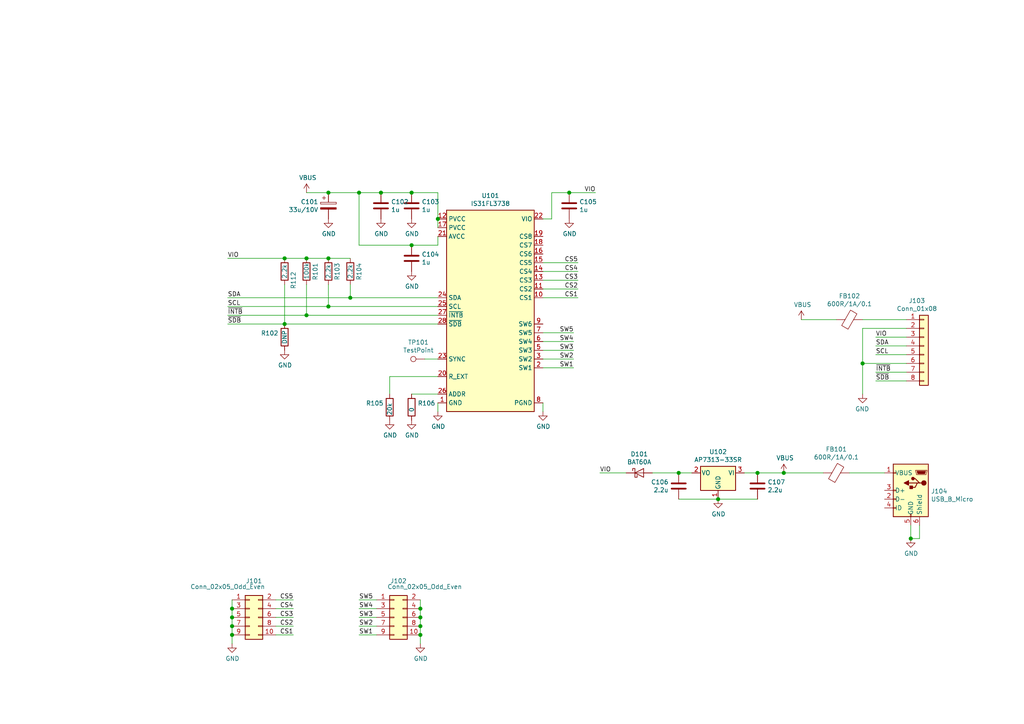
<source format=kicad_sch>
(kicad_sch (version 20200828) (generator eeschema)
  (page 1 1)
  (paper "A4")
  (title_block (title "Exposure Notifications LED matrix control") (date "2020-09-23") (rev "1b") (company "hunz <hunz@mailbox.org>"))
  (lib_symbols
    (symbol "Connector:TestPoint" (pin_numbers hide) (pin_names (offset 0.762) hide)
      (property "Reference" "TP" (at 0 6.858 0))
      (property "Value" "TestPoint" (at 0 5.08 0))
      (symbol "TestPoint_0_1"
        (circle (center 0 3.302) (radius 0.762))
      )
      (symbol "TestPoint_1_1"
        (pin passive line (at 0 0 90) (length 2.54) (name "1") (number "1"))
      )
    )
    (symbol "Connector:USB_B_Micro"
      (property "Reference" "J" (at -5.08 11.43 0))
      (property "Value" "USB_B_Micro" (at -5.08 8.89 0))
      (symbol "USB_B_Micro_0_1"
        (circle (center -3.81 2.159) (radius 0.635) (stroke (width 0.254)) (fill (type outline)))
        (circle (center -0.635 3.429) (radius 0.381) (stroke (width 0.254)) (fill (type outline)))
        (rectangle (start -5.08 -7.62) (end 5.08 7.62) (stroke (width 0.254)) (fill (type background)))
        (rectangle (start -0.127 -7.62) (end 0.127 -6.858))
        (rectangle (start 0.254 1.27) (end -0.508 0.508) (stroke (width 0.254)) (fill (type outline)))
        (rectangle (start 5.08 -5.207) (end 4.318 -4.953))
        (rectangle (start 5.08 -2.667) (end 4.318 -2.413))
        (rectangle (start 5.08 -0.127) (end 4.318 0.127))
        (rectangle (start 5.08 4.953) (end 4.318 5.207))
        (polyline (pts (xy -1.905 2.159) (xy 0.635 2.159)) (stroke (width 0.254)))
        (polyline (pts (xy -3.175 2.159) (xy -2.54 2.159) (xy -1.27 3.429) (xy -0.635 3.429)) (stroke (width 0.254)))
        (polyline (pts (xy -2.54 2.159) (xy -1.905 2.159) (xy -1.27 0.889) (xy 0 0.889)) (stroke (width 0.254)))
        (polyline (pts (xy 0.635 2.794) (xy 0.635 1.524) (xy 1.905 2.159) (xy 0.635 2.794)) (stroke (width 0.254)) (fill (type outline)))
        (polyline (pts (xy -4.318 5.588) (xy -1.778 5.588) (xy -2.032 4.826) (xy -4.064 4.826) (xy -4.318 5.588)) (fill (type outline)))
        (polyline (pts (xy -4.699 5.842) (xy -4.699 5.588) (xy -4.445 4.826) (xy -4.445 4.572) (xy -1.651 4.572) (xy -1.651 4.826) (xy -1.397 5.588) (xy -1.397 5.842) (xy -4.699 5.842)))
      )
      (symbol "USB_B_Micro_1_1"
        (pin power_out line (at 7.62 5.08 180) (length 2.54) (name "VBUS") (number "1"))
        (pin passive line (at 7.62 -2.54 180) (length 2.54) (name "D-") (number "2"))
        (pin passive line (at 7.62 0 180) (length 2.54) (name "D+") (number "3"))
        (pin passive line (at 7.62 -5.08 180) (length 2.54) (name "ID") (number "4"))
        (pin power_out line (at 0 -10.16 90) (length 2.54) (name "GND") (number "5"))
        (pin passive line (at -2.54 -10.16 90) (length 2.54) (name "Shield") (number "6"))
      )
    )
    (symbol "Connector_Generic:Conn_01x08" (pin_names hide)
      (property "Reference" "J" (at 0 10.16 0))
      (property "Value" "Conn_01x08" (at 0 -12.7 0))
      (symbol "Conn_01x08_1_1"
        (rectangle (start -1.27 -4.953) (end 0 -5.207) (stroke (width 0.1524)))
        (rectangle (start -1.27 -7.493) (end 0 -7.747) (stroke (width 0.1524)))
        (rectangle (start -1.27 -10.033) (end 0 -10.287) (stroke (width 0.1524)))
        (rectangle (start -1.27 -2.413) (end 0 -2.667) (stroke (width 0.1524)))
        (rectangle (start -1.27 2.667) (end 0 2.413) (stroke (width 0.1524)))
        (rectangle (start -1.27 5.207) (end 0 4.953) (stroke (width 0.1524)))
        (rectangle (start -1.27 7.747) (end 0 7.493) (stroke (width 0.1524)))
        (rectangle (start -1.27 8.89) (end 1.27 -11.43) (stroke (width 0.254)) (fill (type background)))
        (rectangle (start -1.27 0.127) (end 0 -0.127) (stroke (width 0.1524)))
        (pin passive line (at -5.08 7.62 0) (length 3.81) (name "Pin_1") (number "1"))
        (pin passive line (at -5.08 5.08 0) (length 3.81) (name "Pin_2") (number "2"))
        (pin passive line (at -5.08 2.54 0) (length 3.81) (name "Pin_3") (number "3"))
        (pin passive line (at -5.08 0 0) (length 3.81) (name "Pin_4") (number "4"))
        (pin passive line (at -5.08 -2.54 0) (length 3.81) (name "Pin_5") (number "5"))
        (pin passive line (at -5.08 -5.08 0) (length 3.81) (name "Pin_6") (number "6"))
        (pin passive line (at -5.08 -7.62 0) (length 3.81) (name "Pin_7") (number "7"))
        (pin passive line (at -5.08 -10.16 0) (length 3.81) (name "Pin_8") (number "8"))
      )
    )
    (symbol "Connector_Generic:Conn_02x05_Odd_Even" (pin_names hide)
      (property "Reference" "J" (at 1.27 7.62 0))
      (property "Value" "Conn_02x05_Odd_Even" (at 1.27 -7.62 0))
      (symbol "Conn_02x05_Odd_Even_1_1"
        (rectangle (start -1.27 -4.953) (end 0 -5.207) (stroke (width 0.1524)))
        (rectangle (start -1.27 -2.413) (end 0 -2.667) (stroke (width 0.1524)))
        (rectangle (start -1.27 2.667) (end 0 2.413) (stroke (width 0.1524)))
        (rectangle (start -1.27 5.207) (end 0 4.953) (stroke (width 0.1524)))
        (rectangle (start -1.27 6.35) (end 3.81 -6.35) (stroke (width 0.254)) (fill (type background)))
        (rectangle (start -1.27 0.127) (end 0 -0.127) (stroke (width 0.1524)))
        (rectangle (start 3.81 -4.953) (end 2.54 -5.207) (stroke (width 0.1524)))
        (rectangle (start 3.81 -2.413) (end 2.54 -2.667) (stroke (width 0.1524)))
        (rectangle (start 3.81 2.667) (end 2.54 2.413) (stroke (width 0.1524)))
        (rectangle (start 3.81 5.207) (end 2.54 4.953) (stroke (width 0.1524)))
        (rectangle (start 3.81 0.127) (end 2.54 -0.127) (stroke (width 0.1524)))
        (pin passive line (at -5.08 5.08 0) (length 3.81) (name "Pin_1") (number "1"))
        (pin passive line (at 7.62 -5.08 180) (length 3.81) (name "Pin_10") (number "10"))
        (pin passive line (at 7.62 5.08 180) (length 3.81) (name "Pin_2") (number "2"))
        (pin passive line (at -5.08 2.54 0) (length 3.81) (name "Pin_3") (number "3"))
        (pin passive line (at 7.62 2.54 180) (length 3.81) (name "Pin_4") (number "4"))
        (pin passive line (at -5.08 0 0) (length 3.81) (name "Pin_5") (number "5"))
        (pin passive line (at 7.62 0 180) (length 3.81) (name "Pin_6") (number "6"))
        (pin passive line (at -5.08 -2.54 0) (length 3.81) (name "Pin_7") (number "7"))
        (pin passive line (at 7.62 -2.54 180) (length 3.81) (name "Pin_8") (number "8"))
        (pin passive line (at -5.08 -5.08 0) (length 3.81) (name "Pin_9") (number "9"))
      )
    )
    (symbol "Device:C" (pin_numbers hide) (pin_names (offset 0.254))
      (property "Reference" "C" (at 0.635 2.54 0))
      (property "Value" "C" (at 0.635 -2.54 0))
      (symbol "C_0_1"
        (polyline (pts (xy -2.032 -0.762) (xy 2.032 -0.762)) (stroke (width 0.508)))
        (polyline (pts (xy -2.032 0.762) (xy 2.032 0.762)) (stroke (width 0.508)))
      )
      (symbol "C_1_1"
        (pin passive line (at 0 3.81 270) (length 2.794) (name "~") (number "1"))
        (pin passive line (at 0 -3.81 90) (length 2.794) (name "~") (number "2"))
      )
    )
    (symbol "Device:CP" (pin_numbers hide) (pin_names (offset 0.254))
      (property "Reference" "C" (at 0.635 2.54 0))
      (property "Value" "CP" (at 0.635 -2.54 0))
      (symbol "CP_0_1"
        (rectangle (start -2.286 0.508) (end 2.286 1.016))
        (rectangle (start 2.286 -0.508) (end -2.286 -1.016) (fill (type outline)))
        (polyline (pts (xy -1.778 2.286) (xy -0.762 2.286)))
        (polyline (pts (xy -1.27 2.794) (xy -1.27 1.778)))
      )
      (symbol "CP_1_1"
        (pin passive line (at 0 3.81 270) (length 2.794) (name "~") (number "1"))
        (pin passive line (at 0 -3.81 90) (length 2.794) (name "~") (number "2"))
      )
    )
    (symbol "Device:Ferrite_Bead" (pin_numbers hide) (pin_names (offset 0))
      (property "Reference" "FB" (at -3.81 0.635 90))
      (property "Value" "Ferrite_Bead" (at 3.81 0 90))
      (symbol "Ferrite_Bead_0_1"
        (polyline (pts (xy 0 -1.27) (xy 0 -1.2192)))
        (polyline (pts (xy 0 1.27) (xy 0 1.2954)))
        (polyline (pts (xy -2.7686 0.4064) (xy -1.7018 2.2606) (xy 2.7686 -0.3048) (xy 1.6764 -2.159) (xy -2.7686 0.4064)))
      )
      (symbol "Ferrite_Bead_1_1"
        (pin passive line (at 0 3.81 270) (length 2.54) (name "~") (number "1"))
        (pin passive line (at 0 -3.81 90) (length 2.54) (name "~") (number "2"))
      )
    )
    (symbol "Device:R" (pin_numbers hide) (pin_names (offset 0))
      (property "Reference" "R" (at 2.032 0 90))
      (property "Value" "R" (at 0 0 90))
      (symbol "R_0_1"
        (rectangle (start -1.016 -2.54) (end 1.016 2.54) (stroke (width 0.254)))
      )
      (symbol "R_1_1"
        (pin passive line (at 0 3.81 270) (length 1.27) (name "~") (number "1"))
        (pin passive line (at 0 -3.81 90) (length 1.27) (name "~") (number "2"))
      )
    )
    (symbol "Diode:BAT48JFILM" (pin_numbers hide) (pin_names hide)
      (property "Reference" "D" (at 0 2.54 0))
      (property "Value" "BAT48JFILM" (at 0 -2.54 0))
      (symbol "BAT48JFILM_0_1"
        (polyline (pts (xy 1.27 0) (xy -1.27 0)))
        (polyline (pts (xy 1.27 1.27) (xy 1.27 -1.27) (xy -1.27 0) (xy 1.27 1.27)) (stroke (width 0.2032)))
        (polyline (pts (xy -1.905 0.635) (xy -1.905 1.27) (xy -1.27 1.27) (xy -1.27 -1.27) (xy -0.635 -1.27) (xy -0.635 -0.635)) (stroke (width 0.2032)))
      )
      (symbol "BAT48JFILM_1_1"
        (pin passive line (at -3.81 0 0) (length 2.54) (name "K") (number "1"))
        (pin passive line (at 3.81 0 180) (length 2.54) (name "A") (number "2"))
      )
    )
    (symbol "Regulator_Linear:MCP1703A-3302_SOT23" (pin_names (offset 0.254))
      (property "Reference" "U" (at -3.81 3.175 0))
      (property "Value" "MCP1703A-3302_SOT23" (at 0 3.175 0))
      (symbol "MCP1703A-3302_SOT23_0_1"
        (rectangle (start -5.08 -5.08) (end 5.08 1.905) (stroke (width 0.254)) (fill (type background)))
      )
      (symbol "MCP1703A-3302_SOT23_1_1"
        (pin power_in line (at 0 -7.62 90) (length 2.54) (name "GND") (number "1"))
        (pin power_out line (at 7.62 0 180) (length 2.54) (name "VO") (number "2"))
        (pin power_in line (at -7.62 0 0) (length 2.54) (name "VI") (number "3"))
      )
    )
    (symbol "is31fl3738:IS31FL3738"
      (property "Reference" "U" (at -13.97 -33.02 0))
      (property "Value" "IS31FL3738" (at 0 -31.75 0))
      (symbol "IS31FL3738_0_1"
        (rectangle (start -13.97 27.94) (end 11.43 -30.48) (stroke (width 0.254)) (fill (type background)))
      )
      (symbol "IS31FL3738_1_1"
        (pin input line (at -16.51 0 0) (length 2.54) (name "SCL") (number "25"))
        (pin input line (at -16.51 -5.08 0) (length 2.54) (name "~SDB") (number "28"))
        (pin passive line (at -16.51 -20.32 0) (length 2.54) (name "R_EXT") (number "20"))
        (pin power_in line (at -16.51 20.32 0) (length 2.54) (name "AVCC") (number "21"))
        (pin power_in line (at -16.51 25.4 0) (length 2.54) (name "PVCC") (number "12"))
        (pin output line (at 13.97 -17.78 180) (length 2.54) (name "SW1") (number "2"))
        (pin output line (at 13.97 -15.24 180) (length 2.54) (name "SW2") (number "3"))
        (pin output line (at 13.97 -12.7 180) (length 2.54) (name "SW3") (number "5"))
        (pin output line (at 13.97 -10.16 180) (length 2.54) (name "SW4") (number "6"))
        (pin output line (at 13.97 -7.62 180) (length 2.54) (name "SW5") (number "7"))
        (pin output line (at 13.97 -5.08 180) (length 2.54) (name "SW6") (number "9"))
        (pin power_in line (at -16.51 22.86 0) (length 2.54) (name "PVCC") (number "17"))
        (pin output line (at 13.97 2.54 180) (length 2.54) (name "CS1") (number "10"))
        (pin output line (at 13.97 5.08 180) (length 2.54) (name "CS2") (number "11"))
        (pin output line (at 13.97 7.62 180) (length 2.54) (name "CS3") (number "13"))
        (pin output line (at 13.97 10.16 180) (length 2.54) (name "CS4") (number "14"))
        (pin output line (at 13.97 12.7 180) (length 2.54) (name "CS5") (number "15"))
        (pin output line (at 13.97 15.24 180) (length 2.54) (name "CS6") (number "16"))
        (pin output line (at 13.97 17.78 180) (length 2.54) (name "CS7") (number "18"))
        (pin output line (at 13.97 20.32 180) (length 2.54) (name "CS8") (number "19"))
        (pin power_in line (at 13.97 -27.94 180) (length 2.54) (name "PGND") (number "8"))
        (pin passive line (at 13.97 -27.94 180) (length 2.54) hide (name "PGND") (number "29"))
        (pin power_in line (at -16.51 -27.94 0) (length 2.54) (name "GND") (number "1"))
        (pin open_collector line (at -16.51 -2.54 0) (length 2.54) (name "~INTB") (number "27"))
        (pin input line (at -16.51 -25.4 0) (length 2.54) (name "ADDR") (number "26"))
        (pin bidirectional line (at -16.51 2.54 0) (length 2.54) (name "SDA") (number "24"))
        (pin power_in line (at 13.97 25.4 180) (length 2.54) (name "VIO") (number "22"))
        (pin bidirectional line (at -16.51 -15.24 0) (length 2.54) (name "SYNC") (number "23"))
        (pin passive line (at 13.97 -27.94 180) (length 2.54) hide (name "PGND") (number "4"))
      )
    )
    (symbol "power:GND" (power) (pin_names (offset 0))
      (property "Value" "GND" (at 0 -3.81 0))
      (symbol "GND_0_1"
        (polyline (pts (xy 0 0) (xy 0 -1.27) (xy 1.27 -1.27) (xy 0 -2.54) (xy -1.27 -1.27) (xy 0 -1.27)))
      )
      (symbol "GND_1_1"
        (pin power_in line (at 0 0 270) (length 0) hide (name "GND") (number "1"))
      )
    )
    (symbol "power:VBUS" (power) (pin_names (offset 0))
      (property "Value" "VBUS" (at 0 3.81 0))
      (symbol "VBUS_0_1"
        (polyline (pts (xy -0.762 1.27) (xy 0 2.54)))
        (polyline (pts (xy 0 0) (xy 0 2.54)))
        (polyline (pts (xy 0 2.54) (xy 0.762 1.27)))
      )
      (symbol "VBUS_1_1"
        (pin power_in line (at 0 0 90) (length 0) hide (name "VBUS") (number "1"))
      )
    )
  )
  (junction (at 67.31 176.53) (diameter 1.016))
  (junction (at 67.31 179.07) (diameter 1.016))
  (junction (at 67.31 181.61) (diameter 1.016))
  (junction (at 67.31 184.15) (diameter 1.016))
  (junction (at 82.55 74.93) (diameter 1.016))
  (junction (at 82.55 93.98) (diameter 1.016))
  (junction (at 88.9 74.93) (diameter 1.016))
  (junction (at 88.9 91.44) (diameter 1.016))
  (junction (at 95.25 55.88) (diameter 1.016))
  (junction (at 95.25 74.93) (diameter 1.016))
  (junction (at 95.25 88.9) (diameter 1.016))
  (junction (at 101.6 86.36) (diameter 1.016))
  (junction (at 104.14 55.88) (diameter 1.016))
  (junction (at 110.49 55.88) (diameter 1.016))
  (junction (at 119.38 55.88) (diameter 1.016))
  (junction (at 119.38 71.12) (diameter 1.016))
  (junction (at 121.92 176.53) (diameter 1.016))
  (junction (at 121.92 179.07) (diameter 1.016))
  (junction (at 121.92 181.61) (diameter 1.016))
  (junction (at 121.92 184.15) (diameter 1.016))
  (junction (at 127 63.5) (diameter 1.016))
  (junction (at 165.1 55.88) (diameter 1.016))
  (junction (at 196.85 137.16) (diameter 1.016))
  (junction (at 208.28 144.78) (diameter 1.016))
  (junction (at 219.71 137.16) (diameter 1.016))
  (junction (at 227.33 137.16) (diameter 1.016))
  (junction (at 250.19 105.41) (diameter 1.016))
  (junction (at 264.16 156.21) (diameter 1.016))
  (wire (pts (xy 66.04 74.93) (xy 82.55 74.93)))
  (wire (pts (xy 66.04 86.36) (xy 101.6 86.36)))
  (wire (pts (xy 66.04 88.9) (xy 95.25 88.9)))
  (wire (pts (xy 66.04 91.44) (xy 88.9 91.44)))
  (wire (pts (xy 66.04 93.98) (xy 82.55 93.98)))
  (wire (pts (xy 67.31 173.99) (xy 67.31 176.53)))
  (wire (pts (xy 67.31 176.53) (xy 67.31 179.07)))
  (wire (pts (xy 67.31 179.07) (xy 67.31 181.61)))
  (wire (pts (xy 67.31 181.61) (xy 67.31 184.15)))
  (wire (pts (xy 67.31 184.15) (xy 67.31 186.69)))
  (wire (pts (xy 80.01 173.99) (xy 85.09 173.99)))
  (wire (pts (xy 80.01 176.53) (xy 85.09 176.53)))
  (wire (pts (xy 80.01 179.07) (xy 85.09 179.07)))
  (wire (pts (xy 80.01 181.61) (xy 85.09 181.61)))
  (wire (pts (xy 80.01 184.15) (xy 85.09 184.15)))
  (wire (pts (xy 82.55 74.93) (xy 88.9 74.93)))
  (wire (pts (xy 82.55 82.55) (xy 82.55 93.98)))
  (wire (pts (xy 82.55 93.98) (xy 127 93.98)))
  (wire (pts (xy 88.9 55.88) (xy 95.25 55.88)))
  (wire (pts (xy 88.9 74.93) (xy 95.25 74.93)))
  (wire (pts (xy 88.9 82.55) (xy 88.9 91.44)))
  (wire (pts (xy 88.9 91.44) (xy 127 91.44)))
  (wire (pts (xy 95.25 55.88) (xy 104.14 55.88)))
  (wire (pts (xy 95.25 74.93) (xy 101.6 74.93)))
  (wire (pts (xy 95.25 82.55) (xy 95.25 88.9)))
  (wire (pts (xy 95.25 88.9) (xy 127 88.9)))
  (wire (pts (xy 101.6 82.55) (xy 101.6 86.36)))
  (wire (pts (xy 101.6 86.36) (xy 127 86.36)))
  (wire (pts (xy 104.14 55.88) (xy 110.49 55.88)))
  (wire (pts (xy 104.14 71.12) (xy 104.14 55.88)))
  (wire (pts (xy 104.14 71.12) (xy 119.38 71.12)))
  (wire (pts (xy 104.14 173.99) (xy 109.22 173.99)))
  (wire (pts (xy 104.14 176.53) (xy 109.22 176.53)))
  (wire (pts (xy 104.14 179.07) (xy 109.22 179.07)))
  (wire (pts (xy 104.14 181.61) (xy 109.22 181.61)))
  (wire (pts (xy 104.14 184.15) (xy 109.22 184.15)))
  (wire (pts (xy 110.49 55.88) (xy 119.38 55.88)))
  (wire (pts (xy 113.03 109.22) (xy 113.03 114.3)))
  (wire (pts (xy 119.38 55.88) (xy 127 55.88)))
  (wire (pts (xy 119.38 71.12) (xy 127 71.12)))
  (wire (pts (xy 119.38 114.3) (xy 127 114.3)))
  (wire (pts (xy 121.92 173.99) (xy 121.92 176.53)))
  (wire (pts (xy 121.92 176.53) (xy 121.92 179.07)))
  (wire (pts (xy 121.92 179.07) (xy 121.92 181.61)))
  (wire (pts (xy 121.92 181.61) (xy 121.92 184.15)))
  (wire (pts (xy 121.92 184.15) (xy 121.92 186.69)))
  (wire (pts (xy 123.19 104.14) (xy 127 104.14)))
  (wire (pts (xy 127 55.88) (xy 127 63.5)))
  (wire (pts (xy 127 63.5) (xy 127 66.04)))
  (wire (pts (xy 127 71.12) (xy 127 68.58)))
  (wire (pts (xy 127 109.22) (xy 113.03 109.22)))
  (wire (pts (xy 127 116.84) (xy 127 119.38)))
  (wire (pts (xy 157.48 76.2) (xy 167.64 76.2)))
  (wire (pts (xy 157.48 78.74) (xy 167.64 78.74)))
  (wire (pts (xy 157.48 81.28) (xy 167.64 81.28)))
  (wire (pts (xy 157.48 83.82) (xy 167.64 83.82)))
  (wire (pts (xy 157.48 86.36) (xy 167.64 86.36)))
  (wire (pts (xy 157.48 96.52) (xy 166.37 96.52)))
  (wire (pts (xy 157.48 99.06) (xy 166.37 99.06)))
  (wire (pts (xy 157.48 101.6) (xy 166.37 101.6)))
  (wire (pts (xy 157.48 104.14) (xy 166.37 104.14)))
  (wire (pts (xy 157.48 106.68) (xy 166.37 106.68)))
  (wire (pts (xy 157.48 116.84) (xy 157.48 119.38)))
  (wire (pts (xy 160.02 55.88) (xy 160.02 63.5)))
  (wire (pts (xy 160.02 63.5) (xy 157.48 63.5)))
  (wire (pts (xy 165.1 55.88) (xy 160.02 55.88)))
  (wire (pts (xy 165.1 55.88) (xy 172.72 55.88)))
  (wire (pts (xy 173.99 137.16) (xy 181.61 137.16)))
  (wire (pts (xy 189.23 137.16) (xy 196.85 137.16)))
  (wire (pts (xy 196.85 137.16) (xy 200.66 137.16)))
  (wire (pts (xy 196.85 144.78) (xy 208.28 144.78)))
  (wire (pts (xy 208.28 144.78) (xy 219.71 144.78)))
  (wire (pts (xy 215.9 137.16) (xy 219.71 137.16)))
  (wire (pts (xy 219.71 137.16) (xy 227.33 137.16)))
  (wire (pts (xy 227.33 137.16) (xy 238.76 137.16)))
  (wire (pts (xy 232.41 92.71) (xy 242.57 92.71)))
  (wire (pts (xy 246.38 137.16) (xy 256.54 137.16)))
  (wire (pts (xy 250.19 95.25) (xy 250.19 105.41)))
  (wire (pts (xy 250.19 105.41) (xy 250.19 114.3)))
  (wire (pts (xy 262.89 92.71) (xy 250.19 92.71)))
  (wire (pts (xy 262.89 95.25) (xy 250.19 95.25)))
  (wire (pts (xy 262.89 97.79) (xy 254 97.79)))
  (wire (pts (xy 262.89 100.33) (xy 254 100.33)))
  (wire (pts (xy 262.89 102.87) (xy 254 102.87)))
  (wire (pts (xy 262.89 105.41) (xy 250.19 105.41)))
  (wire (pts (xy 262.89 107.95) (xy 254 107.95)))
  (wire (pts (xy 262.89 110.49) (xy 254 110.49)))
  (wire (pts (xy 264.16 152.4) (xy 264.16 156.21)))
  (wire (pts (xy 264.16 156.21) (xy 266.7 156.21)))
  (wire (pts (xy 266.7 156.21) (xy 266.7 152.4)))
  (label "VIO" (at 66.04 74.93 0))
  (label "SDA" (at 66.04 86.36 0))
  (label "SCL" (at 66.04 88.9 0))
  (label "~INTB" (at 66.04 91.44 0))
  (label "~SDB" (at 66.04 93.98 0))
  (label "CS5" (at 85.09 173.99 180))
  (label "CS4" (at 85.09 176.53 180))
  (label "CS3" (at 85.09 179.07 180))
  (label "CS2" (at 85.09 181.61 180))
  (label "CS1" (at 85.09 184.15 180))
  (label "SW5" (at 104.14 173.99 0))
  (label "SW4" (at 104.14 176.53 0))
  (label "SW3" (at 104.14 179.07 0))
  (label "SW2" (at 104.14 181.61 0))
  (label "SW1" (at 104.14 184.15 0))
  (label "SW5" (at 166.37 96.52 180))
  (label "SW4" (at 166.37 99.06 180))
  (label "SW3" (at 166.37 101.6 180))
  (label "SW2" (at 166.37 104.14 180))
  (label "SW1" (at 166.37 106.68 180))
  (label "CS5" (at 167.64 76.2 180))
  (label "CS4" (at 167.64 78.74 180))
  (label "CS3" (at 167.64 81.28 180))
  (label "CS2" (at 167.64 83.82 180))
  (label "CS1" (at 167.64 86.36 180))
  (label "VIO" (at 172.72 55.88 180))
  (label "VIO" (at 173.99 137.16 0))
  (label "VIO" (at 254 97.79 0))
  (label "SDA" (at 254 100.33 0))
  (label "SCL" (at 254 102.87 0))
  (label "~INTB" (at 254 107.95 0))
  (label "~SDB" (at 254 110.49 0))
  (symbol (lib_id "Connector:TestPoint") (at 123.19 104.14 90) (unit 1)
    (property "Reference" "TP101" (at 121.3485 99.2948 90))
    (property "Value" "TestPoint" (at 121.3485 101.5935 90))
    (property "Footprint" "TestPoint:TestPoint_Pad_D1.0mm" (effects hide))
  )
  (symbol (lib_id "power:VBUS") (at 88.9 55.88 0) (unit 1)
    (property "Reference" "#PWR0115" (effects hide))
    (property "Value" "VBUS" (at 89.2683 51.5556 0))
  )
  (symbol (lib_id "power:VBUS") (at 227.33 137.16 0) (unit 1)
    (property "Reference" "#PWR0118" (effects hide))
    (property "Value" "VBUS" (at 227.6983 132.8356 0))
  )
  (symbol (lib_id "power:VBUS") (at 232.41 92.71 0) (unit 1)
    (property "Reference" "#PWR0113" (effects hide))
    (property "Value" "VBUS" (at 232.7783 88.3856 0))
  )
  (symbol (lib_id "power:GND") (at 67.31 186.69 0) (unit 1)
    (property "Reference" "#PWR0101" (effects hide))
    (property "Value" "GND" (at 67.4243 191.0144 0))
  )
  (symbol (lib_id "power:GND") (at 82.55 101.6 0) (unit 1)
    (property "Reference" "#PWR0112" (effects hide))
    (property "Value" "GND" (at 82.6643 105.9244 0))
  )
  (symbol (lib_id "power:GND") (at 95.25 63.5 0) (unit 1)
    (property "Reference" "#PWR0111" (effects hide))
    (property "Value" "GND" (at 95.3643 67.8244 0))
  )
  (symbol (lib_id "power:GND") (at 110.49 63.5 0) (unit 1)
    (property "Reference" "#PWR0109" (effects hide))
    (property "Value" "GND" (at 110.6043 67.8244 0))
  )
  (symbol (lib_id "power:GND") (at 113.03 121.92 0) (unit 1)
    (property "Reference" "#PWR0105" (effects hide))
    (property "Value" "GND" (at 113.1443 126.2444 0))
  )
  (symbol (lib_id "power:GND") (at 119.38 63.5 0) (unit 1)
    (property "Reference" "#PWR0108" (effects hide))
    (property "Value" "GND" (at 119.4943 67.8244 0))
  )
  (symbol (lib_id "power:GND") (at 119.38 78.74 0) (unit 1)
    (property "Reference" "#PWR0110" (effects hide))
    (property "Value" "GND" (at 119.4943 83.0644 0))
  )
  (symbol (lib_id "power:GND") (at 119.38 121.92 0) (unit 1)
    (property "Reference" "#PWR0104" (effects hide))
    (property "Value" "GND" (at 119.4943 126.2444 0))
  )
  (symbol (lib_id "power:GND") (at 121.92 186.69 0) (unit 1)
    (property "Reference" "#PWR0102" (effects hide))
    (property "Value" "GND" (at 122.0343 191.0144 0))
  )
  (symbol (lib_id "power:GND") (at 127 119.38 0) (unit 1)
    (property "Reference" "#PWR0103" (effects hide))
    (property "Value" "GND" (at 127.1143 123.7044 0))
  )
  (symbol (lib_id "power:GND") (at 157.48 119.38 0) (unit 1)
    (property "Reference" "#PWR0106" (effects hide))
    (property "Value" "GND" (at 157.5943 123.7044 0))
  )
  (symbol (lib_id "power:GND") (at 165.1 63.5 0) (unit 1)
    (property "Reference" "#PWR0107" (effects hide))
    (property "Value" "GND" (at 165.2143 67.8244 0))
  )
  (symbol (lib_id "power:GND") (at 208.28 144.78 0) (unit 1)
    (property "Reference" "#PWR0117" (effects hide))
    (property "Value" "GND" (at 208.3943 149.1044 0))
  )
  (symbol (lib_id "power:GND") (at 250.19 114.3 0) (mirror y) (unit 1)
    (property "Reference" "#PWR0114" (effects hide))
    (property "Value" "GND" (at 250.0757 118.6244 0))
  )
  (symbol (lib_id "power:GND") (at 264.16 156.21 0) (unit 1)
    (property "Reference" "#PWR0116" (effects hide))
    (property "Value" "GND" (at 264.2743 160.5344 0))
  )
  (symbol (lib_id "Device:R") (at 82.55 78.74 0) (unit 1)
    (property "Reference" "R112" (at 85.09 78.74 90) (effects (justify right)))
    (property "Value" "2.2k" (at 82.55 78.74 90))
    (property "Footprint" "Resistor_SMD:R_0603_1608Metric" (effects hide))
  )
  (symbol (lib_id "Device:R") (at 82.55 97.79 0) (unit 1)
    (property "Reference" "R102" (at 80.7719 96.6406 0) (effects (justify right)))
    (property "Value" "DNP" (at 82.55 97.79 90))
    (property "Footprint" "Resistor_SMD:R_0603_1608Metric" (effects hide))
  )
  (symbol (lib_id "Device:R") (at 88.9 78.74 0) (unit 1)
    (property "Reference" "R101" (at 91.44 76.2 90) (effects (justify right)))
    (property "Value" "100k" (at 88.9 76.2 90) (effects (justify right)))
    (property "Footprint" "Resistor_SMD:R_0603_1608Metric" (effects hide))
  )
  (symbol (lib_id "Device:R") (at 95.25 78.74 0) (unit 1)
    (property "Reference" "R103" (at 97.79 76.2 90) (effects (justify right)))
    (property "Value" "2.2k" (at 95.25 78.74 90))
    (property "Footprint" "Resistor_SMD:R_0603_1608Metric" (effects hide))
  )
  (symbol (lib_id "Device:R") (at 101.6 78.74 0) (unit 1)
    (property "Reference" "R104" (at 104.14 76.2 90) (effects (justify right)))
    (property "Value" "2.2k" (at 101.6 78.74 90))
    (property "Footprint" "Resistor_SMD:R_0603_1608Metric" (effects hide))
  )
  (symbol (lib_id "Device:R") (at 113.03 118.11 0) (unit 1)
    (property "Reference" "R105" (at 111.2519 116.9606 0) (effects (justify right)))
    (property "Value" "20k" (at 113.03 116.84 90) (effects (justify right)))
    (property "Footprint" "Resistor_SMD:R_0603_1608Metric" (effects hide))
  )
  (symbol (lib_id "Device:R") (at 119.38 118.11 0) (mirror y) (unit 1)
    (property "Reference" "R106" (at 121.1581 116.9606 0) (effects (justify right)))
    (property "Value" "0" (at 119.38 118.11 90) (effects (justify right)))
    (property "Footprint" "Resistor_SMD:R_0603_1608Metric" (effects hide))
  )
  (symbol (lib_id "Diode:BAT48JFILM") (at 185.42 137.16 0) (unit 1)
    (property "Reference" "D101" (at 185.42 131.7052 0))
    (property "Value" "BAT60A" (at 185.42 134.004 0))
    (property "Footprint" "Diode_SMD:D_SOD-323" (effects hide))
    (property "Datasheet" "www.st.com/resource/en/datasheet/bat48.pdf" (effects hide))
  )
  (symbol (lib_id "Device:CP") (at 95.25 59.69 0) (unit 1)
    (property "Reference" "C101" (at 92.3289 58.5406 0) (effects (justify right)))
    (property "Value" "33u/10V" (at 92.329 60.839 0) (effects (justify right)))
    (property "Footprint" "Capacitor_Tantalum_SMD:CP_EIA-3528-21_Kemet-B" (effects hide))
  )
  (symbol (lib_id "Device:C") (at 110.49 59.69 0) (unit 1)
    (property "Reference" "C102" (at 113.4111 58.5406 0) (effects (justify left)))
    (property "Value" "1u" (at 113.411 60.839 0) (effects (justify left)))
    (property "Footprint" "Capacitor_SMD:C_0603_1608Metric" (effects hide))
  )
  (symbol (lib_id "Device:C") (at 119.38 59.69 0) (unit 1)
    (property "Reference" "C103" (at 122.3011 58.5406 0) (effects (justify left)))
    (property "Value" "1u" (at 122.301 60.839 0) (effects (justify left)))
    (property "Footprint" "Capacitor_SMD:C_0603_1608Metric" (effects hide))
  )
  (symbol (lib_id "Device:C") (at 119.38 74.93 0) (unit 1)
    (property "Reference" "C104" (at 122.3011 73.7806 0) (effects (justify left)))
    (property "Value" "1u" (at 122.301 76.079 0) (effects (justify left)))
    (property "Footprint" "Capacitor_SMD:C_0603_1608Metric" (effects hide))
  )
  (symbol (lib_id "Device:C") (at 165.1 59.69 0) (unit 1)
    (property "Reference" "C105" (at 168.0211 58.5406 0) (effects (justify left)))
    (property "Value" "1u" (at 168.021 60.839 0) (effects (justify left)))
    (property "Footprint" "Capacitor_SMD:C_0603_1608Metric" (effects hide))
  )
  (symbol (lib_id "Device:C") (at 196.85 140.97 0) (mirror y) (unit 1)
    (property "Reference" "C106" (at 193.9289 139.8206 0) (effects (justify left)))
    (property "Value" "2.2u" (at 193.929 142.119 0) (effects (justify left)))
    (property "Footprint" "Capacitor_SMD:C_0603_1608Metric" (effects hide))
  )
  (symbol (lib_id "Device:C") (at 219.71 140.97 0) (unit 1)
    (property "Reference" "C107" (at 222.6311 139.8206 0) (effects (justify left)))
    (property "Value" "2.2u" (at 222.631 142.119 0) (effects (justify left)))
    (property "Footprint" "Capacitor_SMD:C_0603_1608Metric" (effects hide))
  )
  (symbol (lib_id "Device:Ferrite_Bead") (at 242.57 137.16 90) (unit 1)
    (property "Reference" "FB101" (at 242.57 130.3082 90))
    (property "Value" "600R/1A/0.1" (at 242.57 132.607 90))
    (property "Footprint" "Inductor_SMD:L_0805_2012Metric" (effects hide))
  )
  (symbol (lib_id "Device:Ferrite_Bead") (at 246.38 92.71 90) (unit 1)
    (property "Reference" "FB102" (at 246.38 85.8582 90))
    (property "Value" "600R/1A/0.1" (at 246.38 88.157 90))
    (property "Footprint" "Inductor_SMD:L_0805_2012Metric" (effects hide))
  )
  (symbol (lib_id "Connector_Generic:Conn_01x08") (at 267.97 100.33 0) (unit 1)
    (property "Reference" "J103" (at 265.938 87.2298 0))
    (property "Value" "Conn_01x08" (at 265.938 89.5285 0))
    (property "Footprint" "Connector_PinHeader_2.54mm:PinHeader_1x08_P2.54mm_Vertical" (effects hide))
  )
  (symbol (lib_id "Regulator_Linear:MCP1703A-3302_SOT23") (at 208.28 137.16 0) (mirror y) (unit 1)
    (property "Reference" "U102" (at 208.28 131.0448 0))
    (property "Value" "AP7313-33SR" (at 208.28 133.344 0))
    (property "Footprint" "Package_TO_SOT_SMD:SOT-23" (effects hide))
    (property "Datasheet" "http://ww1.microchip.com/downloads/en/DeviceDoc/20005122B.pdf" (effects hide))
  )
  (symbol (lib_id "Connector_Generic:Conn_02x05_Odd_Even") (at 72.39 179.07 0) (unit 1)
    (property "Reference" "J101" (at 73.66 168.5098 0))
    (property "Value" "Conn_02x05_Odd_Even" (at 66.04 170.18 0))
    (property "Footprint" "Connector_PinSocket_2.54mm:PinSocket_2x05_P2.54mm_Vertical" (effects hide))
  )
  (symbol (lib_id "Connector_Generic:Conn_02x05_Odd_Even") (at 114.3 179.07 0) (unit 1)
    (property "Reference" "J102" (at 115.57 168.5098 0))
    (property "Value" "Conn_02x05_Odd_Even" (at 123.19 170.18 0))
    (property "Footprint" "Connector_PinSocket_2.54mm:PinSocket_2x05_P2.54mm_Vertical" (effects hide))
  )
  (symbol (lib_id "Connector:USB_B_Micro") (at 264.16 142.24 0) (mirror y) (unit 1)
    (property "Reference" "J104" (at 270.0021 142.4876 0) (effects (justify right)))
    (property "Value" "USB_B_Micro" (at 270.0021 144.7863 0) (effects (justify right)))
    (property "Footprint" "Connector_USB:USB_Micro-B_Molex-105017-0001" (effects hide))
  )
  (symbol (lib_id "is31fl3738:IS31FL3738") (at 143.51 88.9 0) (unit 1)
    (property "Reference" "U101" (at 142.24 56.7498 0))
    (property "Value" "IS31FL3738" (at 142.24 59.0485 0))
    (property "Footprint" "ledmatrix:QFN-28-1EP_5x5mm_P0.5mm_EP3.5x3.5mm_ThermalVias" (effects hide))
  )
)
</source>
